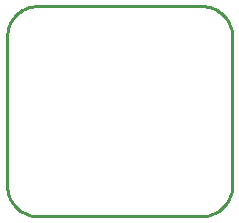
<source format=gbr>
G04 EAGLE Gerber RS-274X export*
G75*
%MOMM*%
%FSLAX34Y34*%
%LPD*%
%IN*%
%IPPOS*%
%AMOC8*
5,1,8,0,0,1.08239X$1,22.5*%
G01*
%ADD10C,0.254000*%


D10*
X0Y25400D02*
X97Y23186D01*
X386Y20989D01*
X865Y18826D01*
X1532Y16713D01*
X2380Y14666D01*
X3403Y12700D01*
X4594Y10831D01*
X5942Y9073D01*
X7440Y7440D01*
X9073Y5942D01*
X10831Y4594D01*
X12700Y3403D01*
X14666Y2380D01*
X16713Y1532D01*
X18826Y865D01*
X20989Y386D01*
X23186Y97D01*
X25400Y0D01*
X165100Y0D01*
X167314Y97D01*
X169511Y386D01*
X171674Y865D01*
X173787Y1532D01*
X175835Y2380D01*
X177800Y3403D01*
X179669Y4594D01*
X181427Y5942D01*
X183061Y7440D01*
X184558Y9073D01*
X185906Y10831D01*
X187097Y12700D01*
X188120Y14666D01*
X188968Y16713D01*
X189635Y18826D01*
X190114Y20989D01*
X190403Y23186D01*
X190500Y25400D01*
X190500Y152400D01*
X190403Y154614D01*
X190114Y156811D01*
X189635Y158974D01*
X188968Y161087D01*
X188120Y163135D01*
X187097Y165100D01*
X185906Y166969D01*
X184558Y168727D01*
X183061Y170361D01*
X181427Y171858D01*
X179669Y173206D01*
X177800Y174397D01*
X175835Y175420D01*
X173787Y176268D01*
X171674Y176935D01*
X169511Y177414D01*
X167314Y177703D01*
X165100Y177800D01*
X25400Y177800D01*
X23186Y177703D01*
X20989Y177414D01*
X18826Y176935D01*
X16713Y176268D01*
X14666Y175420D01*
X12700Y174397D01*
X10831Y173206D01*
X9073Y171858D01*
X7440Y170361D01*
X5942Y168727D01*
X4594Y166969D01*
X3403Y165100D01*
X2380Y163135D01*
X1532Y161087D01*
X865Y158974D01*
X386Y156811D01*
X97Y154614D01*
X0Y152400D01*
X0Y25400D01*
M02*

</source>
